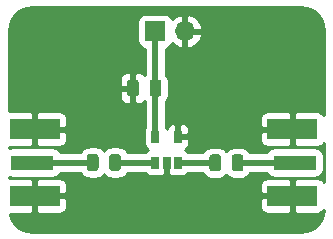
<source format=gbr>
%TF.GenerationSoftware,KiCad,Pcbnew,(5.1.9)-1*%
%TF.CreationDate,2021-03-17T20:36:52-04:00*%
%TF.ProjectId,VVA_Macom,5656415f-4d61-4636-9f6d-2e6b69636164,rev?*%
%TF.SameCoordinates,Original*%
%TF.FileFunction,Copper,L1,Top*%
%TF.FilePolarity,Positive*%
%FSLAX46Y46*%
G04 Gerber Fmt 4.6, Leading zero omitted, Abs format (unit mm)*
G04 Created by KiCad (PCBNEW (5.1.9)-1) date 2021-03-17 20:36:52*
%MOMM*%
%LPD*%
G01*
G04 APERTURE LIST*
%TA.AperFunction,SMDPad,CuDef*%
%ADD10R,4.200000X1.750000*%
%TD*%
%TA.AperFunction,SMDPad,CuDef*%
%ADD11R,3.600000X1.270000*%
%TD*%
%TA.AperFunction,SMDPad,CuDef*%
%ADD12R,0.650000X1.060000*%
%TD*%
%TA.AperFunction,ComponentPad*%
%ADD13O,1.700000X1.700000*%
%TD*%
%TA.AperFunction,ComponentPad*%
%ADD14R,1.700000X1.700000*%
%TD*%
%TA.AperFunction,ViaPad*%
%ADD15C,0.800000*%
%TD*%
%TA.AperFunction,Conductor*%
%ADD16C,0.500000*%
%TD*%
%TA.AperFunction,Conductor*%
%ADD17C,0.254000*%
%TD*%
%TA.AperFunction,Conductor*%
%ADD18C,0.100000*%
%TD*%
G04 APERTURE END LIST*
D10*
%TO.P,Jout1,3_1*%
%TO.N,GND*%
X155425800Y-80817200D03*
%TO.P,Jout1,2_1*%
X155425800Y-86467200D03*
D11*
%TO.P,Jout1,1*%
%TO.N,Net-(CC2-Pad2)*%
X155625800Y-83642200D03*
%TD*%
D10*
%TO.P,JIn1,3_1*%
%TO.N,GND*%
X133600800Y-86467200D03*
%TO.P,JIn1,2_1*%
X133600800Y-80817200D03*
D11*
%TO.P,JIn1,1*%
%TO.N,Net-(CC1-Pad1)*%
X133400800Y-83642200D03*
%TD*%
%TO.P,CC3,2*%
%TO.N,Net-(CC3-Pad2)*%
%TA.AperFunction,SMDPad,CuDef*%
G36*
G01*
X143330000Y-77815000D02*
X143330000Y-76865000D01*
G75*
G02*
X143580000Y-76615000I250000J0D01*
G01*
X144080000Y-76615000D01*
G75*
G02*
X144330000Y-76865000I0J-250000D01*
G01*
X144330000Y-77815000D01*
G75*
G02*
X144080000Y-78065000I-250000J0D01*
G01*
X143580000Y-78065000D01*
G75*
G02*
X143330000Y-77815000I0J250000D01*
G01*
G37*
%TD.AperFunction*%
%TO.P,CC3,1*%
%TO.N,GND*%
%TA.AperFunction,SMDPad,CuDef*%
G36*
G01*
X141430000Y-77815000D02*
X141430000Y-76865000D01*
G75*
G02*
X141680000Y-76615000I250000J0D01*
G01*
X142180000Y-76615000D01*
G75*
G02*
X142430000Y-76865000I0J-250000D01*
G01*
X142430000Y-77815000D01*
G75*
G02*
X142180000Y-78065000I-250000J0D01*
G01*
X141680000Y-78065000D01*
G75*
G02*
X141430000Y-77815000I0J250000D01*
G01*
G37*
%TD.AperFunction*%
%TD*%
%TO.P,CC2,2*%
%TO.N,Net-(CC2-Pad2)*%
%TA.AperFunction,SMDPad,CuDef*%
G36*
G01*
X150284600Y-84142600D02*
X150284600Y-83192600D01*
G75*
G02*
X150534600Y-82942600I250000J0D01*
G01*
X151034600Y-82942600D01*
G75*
G02*
X151284600Y-83192600I0J-250000D01*
G01*
X151284600Y-84142600D01*
G75*
G02*
X151034600Y-84392600I-250000J0D01*
G01*
X150534600Y-84392600D01*
G75*
G02*
X150284600Y-84142600I0J250000D01*
G01*
G37*
%TD.AperFunction*%
%TO.P,CC2,1*%
%TO.N,Net-(CC2-Pad1)*%
%TA.AperFunction,SMDPad,CuDef*%
G36*
G01*
X148384600Y-84142600D02*
X148384600Y-83192600D01*
G75*
G02*
X148634600Y-82942600I250000J0D01*
G01*
X149134600Y-82942600D01*
G75*
G02*
X149384600Y-83192600I0J-250000D01*
G01*
X149384600Y-84142600D01*
G75*
G02*
X149134600Y-84392600I-250000J0D01*
G01*
X148634600Y-84392600D01*
G75*
G02*
X148384600Y-84142600I0J250000D01*
G01*
G37*
%TD.AperFunction*%
%TD*%
%TO.P,CC1,2*%
%TO.N,Net-(CC1-Pad2)*%
%TA.AperFunction,SMDPad,CuDef*%
G36*
G01*
X139921400Y-84117200D02*
X139921400Y-83167200D01*
G75*
G02*
X140171400Y-82917200I250000J0D01*
G01*
X140671400Y-82917200D01*
G75*
G02*
X140921400Y-83167200I0J-250000D01*
G01*
X140921400Y-84117200D01*
G75*
G02*
X140671400Y-84367200I-250000J0D01*
G01*
X140171400Y-84367200D01*
G75*
G02*
X139921400Y-84117200I0J250000D01*
G01*
G37*
%TD.AperFunction*%
%TO.P,CC1,1*%
%TO.N,Net-(CC1-Pad1)*%
%TA.AperFunction,SMDPad,CuDef*%
G36*
G01*
X138021400Y-84117200D02*
X138021400Y-83167200D01*
G75*
G02*
X138271400Y-82917200I250000J0D01*
G01*
X138771400Y-82917200D01*
G75*
G02*
X139021400Y-83167200I0J-250000D01*
G01*
X139021400Y-84117200D01*
G75*
G02*
X138771400Y-84367200I-250000J0D01*
G01*
X138271400Y-84367200D01*
G75*
G02*
X138021400Y-84117200I0J250000D01*
G01*
G37*
%TD.AperFunction*%
%TD*%
D12*
%TO.P,U1,5*%
%TO.N,Net-(CC3-Pad2)*%
X143830000Y-81450000D03*
%TO.P,U1,4*%
%TO.N,GND*%
X145730000Y-81450000D03*
%TO.P,U1,3*%
%TO.N,Net-(CC2-Pad1)*%
X145730000Y-83650000D03*
%TO.P,U1,2*%
%TO.N,GND*%
X144780000Y-83650000D03*
%TO.P,U1,1*%
%TO.N,Net-(CC1-Pad2)*%
X143830000Y-83650000D03*
%TD*%
D13*
%TO.P,JPower1,2*%
%TO.N,GND*%
X146329400Y-72517000D03*
D14*
%TO.P,JPower1,1*%
%TO.N,Net-(CC3-Pad2)*%
X143789400Y-72517000D03*
%TD*%
D15*
%TO.N,GND*%
X132309350Y-72097076D03*
X132309350Y-76097076D03*
X134309350Y-74097076D03*
X134309350Y-78097076D03*
X136309350Y-72097076D03*
X136309350Y-76097076D03*
X137309350Y-80097076D03*
X137309350Y-86097076D03*
X138309350Y-74097076D03*
X140309350Y-72097076D03*
X140309350Y-81097076D03*
X140309350Y-87097076D03*
X141309350Y-75097076D03*
X142309350Y-85097076D03*
X144309350Y-87097076D03*
X145309350Y-75097076D03*
X146309350Y-78097076D03*
X146309350Y-85097076D03*
X147309350Y-81097076D03*
X148309350Y-76097076D03*
X148309350Y-87097076D03*
X149309350Y-72097076D03*
X149309350Y-79097076D03*
X151309350Y-74097076D03*
X151309350Y-81097076D03*
X151309350Y-86097076D03*
X152309350Y-77097076D03*
X153309350Y-72097076D03*
X154309350Y-75097076D03*
X155309350Y-78097076D03*
X156309350Y-73097076D03*
X157309350Y-76097076D03*
%TD*%
D16*
%TO.N,GND*%
X144780000Y-83650000D02*
X144780000Y-85090000D01*
%TO.N,Net-(CC1-Pad2)*%
X140421400Y-83642200D02*
X143687800Y-83642200D01*
%TO.N,Net-(CC1-Pad1)*%
X133400800Y-83642200D02*
X138506200Y-83642200D01*
%TO.N,Net-(CC2-Pad2)*%
X150784600Y-83667600D02*
X156006800Y-83667600D01*
%TO.N,Net-(CC2-Pad1)*%
X145730000Y-83650000D02*
X148674000Y-83650000D01*
%TO.N,Net-(CC3-Pad2)*%
X143830000Y-81450000D02*
X143830000Y-72405200D01*
%TD*%
D17*
%TO.N,GND*%
X156574545Y-70548909D02*
X156925208Y-70654780D01*
X157248625Y-70826744D01*
X157532484Y-71058254D01*
X157765965Y-71340486D01*
X157940183Y-71662695D01*
X158048502Y-72012614D01*
X158090001Y-72407452D01*
X158090001Y-79650685D01*
X158056337Y-79587706D01*
X157976985Y-79491015D01*
X157880294Y-79411663D01*
X157769980Y-79352698D01*
X157650282Y-79316388D01*
X157525800Y-79304128D01*
X155711550Y-79307200D01*
X155552800Y-79465950D01*
X155552800Y-80690200D01*
X155572800Y-80690200D01*
X155572800Y-80944200D01*
X155552800Y-80944200D01*
X155552800Y-82168450D01*
X155711550Y-82327200D01*
X157525800Y-82330272D01*
X157650282Y-82318012D01*
X157769980Y-82281702D01*
X157880294Y-82222737D01*
X157976985Y-82143385D01*
X158056337Y-82046694D01*
X158090000Y-81983715D01*
X158090000Y-85300684D01*
X158056337Y-85237706D01*
X157976985Y-85141015D01*
X157880294Y-85061663D01*
X157769980Y-85002698D01*
X157650282Y-84966388D01*
X157525800Y-84954128D01*
X155711550Y-84957200D01*
X155552800Y-85115950D01*
X155552800Y-86340200D01*
X155572800Y-86340200D01*
X155572800Y-86594200D01*
X155552800Y-86594200D01*
X155552800Y-87818450D01*
X155711550Y-87977200D01*
X157525800Y-87980272D01*
X157650282Y-87968012D01*
X157769980Y-87931702D01*
X157880294Y-87872737D01*
X157976985Y-87793385D01*
X158056337Y-87696694D01*
X158085678Y-87641802D01*
X158051091Y-87994545D01*
X157945220Y-88345206D01*
X157773257Y-88668623D01*
X157541748Y-88952482D01*
X157259514Y-89185965D01*
X156937304Y-89360184D01*
X156587385Y-89468502D01*
X156192557Y-89510000D01*
X133382279Y-89510000D01*
X132985455Y-89471091D01*
X132634794Y-89365220D01*
X132311377Y-89193257D01*
X132027518Y-88961748D01*
X131794035Y-88679514D01*
X131619816Y-88357304D01*
X131511498Y-88007385D01*
X131508647Y-87980259D01*
X133315050Y-87977200D01*
X133473800Y-87818450D01*
X133473800Y-86594200D01*
X133727800Y-86594200D01*
X133727800Y-87818450D01*
X133886550Y-87977200D01*
X135700800Y-87980272D01*
X135825282Y-87968012D01*
X135944980Y-87931702D01*
X136055294Y-87872737D01*
X136151985Y-87793385D01*
X136231337Y-87696694D01*
X136290302Y-87586380D01*
X136326612Y-87466682D01*
X136338872Y-87342200D01*
X152687728Y-87342200D01*
X152699988Y-87466682D01*
X152736298Y-87586380D01*
X152795263Y-87696694D01*
X152874615Y-87793385D01*
X152971306Y-87872737D01*
X153081620Y-87931702D01*
X153201318Y-87968012D01*
X153325800Y-87980272D01*
X155140050Y-87977200D01*
X155298800Y-87818450D01*
X155298800Y-86594200D01*
X152849550Y-86594200D01*
X152690800Y-86752950D01*
X152687728Y-87342200D01*
X136338872Y-87342200D01*
X136335800Y-86752950D01*
X136177050Y-86594200D01*
X133727800Y-86594200D01*
X133473800Y-86594200D01*
X133453800Y-86594200D01*
X133453800Y-86340200D01*
X133473800Y-86340200D01*
X133473800Y-85115950D01*
X133727800Y-85115950D01*
X133727800Y-86340200D01*
X136177050Y-86340200D01*
X136335800Y-86181450D01*
X136338872Y-85592200D01*
X152687728Y-85592200D01*
X152690800Y-86181450D01*
X152849550Y-86340200D01*
X155298800Y-86340200D01*
X155298800Y-85115950D01*
X155140050Y-84957200D01*
X153325800Y-84954128D01*
X153201318Y-84966388D01*
X153081620Y-85002698D01*
X152971306Y-85061663D01*
X152874615Y-85141015D01*
X152795263Y-85237706D01*
X152736298Y-85348020D01*
X152699988Y-85467718D01*
X152687728Y-85592200D01*
X136338872Y-85592200D01*
X136326612Y-85467718D01*
X136290302Y-85348020D01*
X136231337Y-85237706D01*
X136151985Y-85141015D01*
X136055294Y-85061663D01*
X135944980Y-85002698D01*
X135825282Y-84966388D01*
X135700800Y-84954128D01*
X133886550Y-84957200D01*
X133727800Y-85115950D01*
X133473800Y-85115950D01*
X133315050Y-84957200D01*
X131500800Y-84954128D01*
X131470000Y-84957161D01*
X131470000Y-84901095D01*
X131476318Y-84903012D01*
X131600800Y-84915272D01*
X135200800Y-84915272D01*
X135325282Y-84903012D01*
X135444980Y-84866702D01*
X135555294Y-84807737D01*
X135651985Y-84728385D01*
X135731337Y-84631694D01*
X135787191Y-84527200D01*
X137488424Y-84527200D01*
X137532995Y-84610586D01*
X137643438Y-84745162D01*
X137778014Y-84855605D01*
X137931550Y-84937672D01*
X138098146Y-84988208D01*
X138271400Y-85005272D01*
X138771400Y-85005272D01*
X138944654Y-84988208D01*
X139111250Y-84937672D01*
X139264786Y-84855605D01*
X139399362Y-84745162D01*
X139471400Y-84657383D01*
X139543438Y-84745162D01*
X139678014Y-84855605D01*
X139831550Y-84937672D01*
X139998146Y-84988208D01*
X140171400Y-85005272D01*
X140671400Y-85005272D01*
X140844654Y-84988208D01*
X141011250Y-84937672D01*
X141164786Y-84855605D01*
X141299362Y-84745162D01*
X141409805Y-84610586D01*
X141454376Y-84527200D01*
X142970564Y-84527200D01*
X142974463Y-84534494D01*
X143053815Y-84631185D01*
X143150506Y-84710537D01*
X143260820Y-84769502D01*
X143380518Y-84805812D01*
X143505000Y-84818072D01*
X144155000Y-84818072D01*
X144279482Y-84805812D01*
X144305000Y-84798071D01*
X144330518Y-84805812D01*
X144455000Y-84818072D01*
X144494250Y-84815000D01*
X144653000Y-84656250D01*
X144653000Y-84574141D01*
X144685537Y-84534494D01*
X144744502Y-84424180D01*
X144780000Y-84307159D01*
X144815498Y-84424180D01*
X144874463Y-84534494D01*
X144907000Y-84574141D01*
X144907000Y-84656250D01*
X145065750Y-84815000D01*
X145105000Y-84818072D01*
X145229482Y-84805812D01*
X145255000Y-84798071D01*
X145280518Y-84805812D01*
X145405000Y-84818072D01*
X146055000Y-84818072D01*
X146179482Y-84805812D01*
X146299180Y-84769502D01*
X146409494Y-84710537D01*
X146506185Y-84631185D01*
X146585122Y-84535000D01*
X147842217Y-84535000D01*
X147896195Y-84635986D01*
X148006638Y-84770562D01*
X148141214Y-84881005D01*
X148294750Y-84963072D01*
X148461346Y-85013608D01*
X148634600Y-85030672D01*
X149134600Y-85030672D01*
X149307854Y-85013608D01*
X149474450Y-84963072D01*
X149627986Y-84881005D01*
X149762562Y-84770562D01*
X149834600Y-84682783D01*
X149906638Y-84770562D01*
X150041214Y-84881005D01*
X150194750Y-84963072D01*
X150361346Y-85013608D01*
X150534600Y-85030672D01*
X151034600Y-85030672D01*
X151207854Y-85013608D01*
X151374450Y-84963072D01*
X151527986Y-84881005D01*
X151662562Y-84770562D01*
X151773005Y-84635986D01*
X151817576Y-84552600D01*
X153252986Y-84552600D01*
X153295263Y-84631694D01*
X153374615Y-84728385D01*
X153471306Y-84807737D01*
X153581620Y-84866702D01*
X153701318Y-84903012D01*
X153825800Y-84915272D01*
X157425800Y-84915272D01*
X157550282Y-84903012D01*
X157669980Y-84866702D01*
X157780294Y-84807737D01*
X157876985Y-84728385D01*
X157956337Y-84631694D01*
X158015302Y-84521380D01*
X158051612Y-84401682D01*
X158063872Y-84277200D01*
X158063872Y-83007200D01*
X158051612Y-82882718D01*
X158015302Y-82763020D01*
X157956337Y-82652706D01*
X157876985Y-82556015D01*
X157780294Y-82476663D01*
X157669980Y-82417698D01*
X157550282Y-82381388D01*
X157425800Y-82369128D01*
X153825800Y-82369128D01*
X153701318Y-82381388D01*
X153581620Y-82417698D01*
X153471306Y-82476663D01*
X153374615Y-82556015D01*
X153295263Y-82652706D01*
X153236298Y-82763020D01*
X153230358Y-82782600D01*
X151817576Y-82782600D01*
X151773005Y-82699214D01*
X151662562Y-82564638D01*
X151527986Y-82454195D01*
X151374450Y-82372128D01*
X151207854Y-82321592D01*
X151034600Y-82304528D01*
X150534600Y-82304528D01*
X150361346Y-82321592D01*
X150194750Y-82372128D01*
X150041214Y-82454195D01*
X149906638Y-82564638D01*
X149834600Y-82652417D01*
X149762562Y-82564638D01*
X149627986Y-82454195D01*
X149474450Y-82372128D01*
X149307854Y-82321592D01*
X149134600Y-82304528D01*
X148634600Y-82304528D01*
X148461346Y-82321592D01*
X148294750Y-82372128D01*
X148141214Y-82454195D01*
X148006638Y-82564638D01*
X147896195Y-82699214D01*
X147861032Y-82765000D01*
X146585122Y-82765000D01*
X146506185Y-82668815D01*
X146409494Y-82589463D01*
X146335665Y-82550000D01*
X146409494Y-82510537D01*
X146506185Y-82431185D01*
X146585537Y-82334494D01*
X146644502Y-82224180D01*
X146680812Y-82104482D01*
X146693072Y-81980000D01*
X146690000Y-81735750D01*
X146646450Y-81692200D01*
X152687728Y-81692200D01*
X152699988Y-81816682D01*
X152736298Y-81936380D01*
X152795263Y-82046694D01*
X152874615Y-82143385D01*
X152971306Y-82222737D01*
X153081620Y-82281702D01*
X153201318Y-82318012D01*
X153325800Y-82330272D01*
X155140050Y-82327200D01*
X155298800Y-82168450D01*
X155298800Y-80944200D01*
X152849550Y-80944200D01*
X152690800Y-81102950D01*
X152687728Y-81692200D01*
X146646450Y-81692200D01*
X146531250Y-81577000D01*
X145857000Y-81577000D01*
X145857000Y-81597000D01*
X145603000Y-81597000D01*
X145603000Y-81577000D01*
X145583000Y-81577000D01*
X145583000Y-81323000D01*
X145603000Y-81323000D01*
X145603000Y-80443750D01*
X145857000Y-80443750D01*
X145857000Y-81323000D01*
X146531250Y-81323000D01*
X146690000Y-81164250D01*
X146693072Y-80920000D01*
X146680812Y-80795518D01*
X146644502Y-80675820D01*
X146585537Y-80565506D01*
X146506185Y-80468815D01*
X146409494Y-80389463D01*
X146299180Y-80330498D01*
X146179482Y-80294188D01*
X146055000Y-80281928D01*
X146015750Y-80285000D01*
X145857000Y-80443750D01*
X145603000Y-80443750D01*
X145444250Y-80285000D01*
X145405000Y-80281928D01*
X145280518Y-80294188D01*
X145160820Y-80330498D01*
X145050506Y-80389463D01*
X144953815Y-80468815D01*
X144874463Y-80565506D01*
X144815498Y-80675820D01*
X144780000Y-80792841D01*
X144744502Y-80675820D01*
X144715000Y-80620627D01*
X144715000Y-79942200D01*
X152687728Y-79942200D01*
X152690800Y-80531450D01*
X152849550Y-80690200D01*
X155298800Y-80690200D01*
X155298800Y-79465950D01*
X155140050Y-79307200D01*
X153325800Y-79304128D01*
X153201318Y-79316388D01*
X153081620Y-79352698D01*
X152971306Y-79411663D01*
X152874615Y-79491015D01*
X152795263Y-79587706D01*
X152736298Y-79698020D01*
X152699988Y-79817718D01*
X152687728Y-79942200D01*
X144715000Y-79942200D01*
X144715000Y-78434386D01*
X144818405Y-78308386D01*
X144900472Y-78154850D01*
X144951008Y-77988254D01*
X144968072Y-77815000D01*
X144968072Y-76865000D01*
X144951008Y-76691746D01*
X144900472Y-76525150D01*
X144818405Y-76371614D01*
X144715000Y-76245614D01*
X144715000Y-73997626D01*
X144763882Y-73992812D01*
X144883580Y-73956502D01*
X144993894Y-73897537D01*
X145090585Y-73818185D01*
X145169937Y-73721494D01*
X145228902Y-73611180D01*
X145253366Y-73530534D01*
X145329131Y-73614588D01*
X145562480Y-73788641D01*
X145825301Y-73913825D01*
X145972510Y-73958476D01*
X146202400Y-73837155D01*
X146202400Y-72644000D01*
X146456400Y-72644000D01*
X146456400Y-73837155D01*
X146686290Y-73958476D01*
X146833499Y-73913825D01*
X147096320Y-73788641D01*
X147329669Y-73614588D01*
X147524578Y-73398355D01*
X147673557Y-73148252D01*
X147770881Y-72873891D01*
X147650214Y-72644000D01*
X146456400Y-72644000D01*
X146202400Y-72644000D01*
X146182400Y-72644000D01*
X146182400Y-72390000D01*
X146202400Y-72390000D01*
X146202400Y-71196845D01*
X146456400Y-71196845D01*
X146456400Y-72390000D01*
X147650214Y-72390000D01*
X147770881Y-72160109D01*
X147673557Y-71885748D01*
X147524578Y-71635645D01*
X147329669Y-71419412D01*
X147096320Y-71245359D01*
X146833499Y-71120175D01*
X146686290Y-71075524D01*
X146456400Y-71196845D01*
X146202400Y-71196845D01*
X145972510Y-71075524D01*
X145825301Y-71120175D01*
X145562480Y-71245359D01*
X145329131Y-71419412D01*
X145253366Y-71503466D01*
X145228902Y-71422820D01*
X145169937Y-71312506D01*
X145090585Y-71215815D01*
X144993894Y-71136463D01*
X144883580Y-71077498D01*
X144763882Y-71041188D01*
X144639400Y-71028928D01*
X142939400Y-71028928D01*
X142814918Y-71041188D01*
X142695220Y-71077498D01*
X142584906Y-71136463D01*
X142488215Y-71215815D01*
X142408863Y-71312506D01*
X142349898Y-71422820D01*
X142313588Y-71542518D01*
X142301328Y-71667000D01*
X142301328Y-73367000D01*
X142313588Y-73491482D01*
X142349898Y-73611180D01*
X142408863Y-73721494D01*
X142488215Y-73818185D01*
X142584906Y-73897537D01*
X142695220Y-73956502D01*
X142814918Y-73992812D01*
X142939400Y-74005072D01*
X142945001Y-74005072D01*
X142945001Y-76241575D01*
X142881185Y-76163815D01*
X142784494Y-76084463D01*
X142674180Y-76025498D01*
X142554482Y-75989188D01*
X142430000Y-75976928D01*
X142215750Y-75980000D01*
X142057000Y-76138750D01*
X142057000Y-77213000D01*
X142077000Y-77213000D01*
X142077000Y-77467000D01*
X142057000Y-77467000D01*
X142057000Y-78541250D01*
X142215750Y-78700000D01*
X142430000Y-78703072D01*
X142554482Y-78690812D01*
X142674180Y-78654502D01*
X142784494Y-78595537D01*
X142881185Y-78516185D01*
X142945000Y-78438426D01*
X142945000Y-80620626D01*
X142915498Y-80675820D01*
X142879188Y-80795518D01*
X142866928Y-80920000D01*
X142866928Y-81980000D01*
X142879188Y-82104482D01*
X142915498Y-82224180D01*
X142974463Y-82334494D01*
X143053815Y-82431185D01*
X143150506Y-82510537D01*
X143224335Y-82550000D01*
X143150506Y-82589463D01*
X143053815Y-82668815D01*
X142981280Y-82757200D01*
X141454376Y-82757200D01*
X141409805Y-82673814D01*
X141299362Y-82539238D01*
X141164786Y-82428795D01*
X141011250Y-82346728D01*
X140844654Y-82296192D01*
X140671400Y-82279128D01*
X140171400Y-82279128D01*
X139998146Y-82296192D01*
X139831550Y-82346728D01*
X139678014Y-82428795D01*
X139543438Y-82539238D01*
X139471400Y-82627017D01*
X139399362Y-82539238D01*
X139264786Y-82428795D01*
X139111250Y-82346728D01*
X138944654Y-82296192D01*
X138771400Y-82279128D01*
X138271400Y-82279128D01*
X138098146Y-82296192D01*
X137931550Y-82346728D01*
X137778014Y-82428795D01*
X137643438Y-82539238D01*
X137532995Y-82673814D01*
X137488424Y-82757200D01*
X135787191Y-82757200D01*
X135731337Y-82652706D01*
X135651985Y-82556015D01*
X135555294Y-82476663D01*
X135444980Y-82417698D01*
X135325282Y-82381388D01*
X135200800Y-82369128D01*
X131600800Y-82369128D01*
X131476318Y-82381388D01*
X131470000Y-82383305D01*
X131470000Y-82327239D01*
X131500800Y-82330272D01*
X133315050Y-82327200D01*
X133473800Y-82168450D01*
X133473800Y-80944200D01*
X133727800Y-80944200D01*
X133727800Y-82168450D01*
X133886550Y-82327200D01*
X135700800Y-82330272D01*
X135825282Y-82318012D01*
X135944980Y-82281702D01*
X136055294Y-82222737D01*
X136151985Y-82143385D01*
X136231337Y-82046694D01*
X136290302Y-81936380D01*
X136326612Y-81816682D01*
X136338872Y-81692200D01*
X136335800Y-81102950D01*
X136177050Y-80944200D01*
X133727800Y-80944200D01*
X133473800Y-80944200D01*
X133453800Y-80944200D01*
X133453800Y-80690200D01*
X133473800Y-80690200D01*
X133473800Y-79465950D01*
X133727800Y-79465950D01*
X133727800Y-80690200D01*
X136177050Y-80690200D01*
X136335800Y-80531450D01*
X136338872Y-79942200D01*
X136326612Y-79817718D01*
X136290302Y-79698020D01*
X136231337Y-79587706D01*
X136151985Y-79491015D01*
X136055294Y-79411663D01*
X135944980Y-79352698D01*
X135825282Y-79316388D01*
X135700800Y-79304128D01*
X133886550Y-79307200D01*
X133727800Y-79465950D01*
X133473800Y-79465950D01*
X133315050Y-79307200D01*
X131500800Y-79304128D01*
X131470000Y-79307161D01*
X131470000Y-78065000D01*
X140791928Y-78065000D01*
X140804188Y-78189482D01*
X140840498Y-78309180D01*
X140899463Y-78419494D01*
X140978815Y-78516185D01*
X141075506Y-78595537D01*
X141185820Y-78654502D01*
X141305518Y-78690812D01*
X141430000Y-78703072D01*
X141644250Y-78700000D01*
X141803000Y-78541250D01*
X141803000Y-77467000D01*
X140953750Y-77467000D01*
X140795000Y-77625750D01*
X140791928Y-78065000D01*
X131470000Y-78065000D01*
X131470000Y-76615000D01*
X140791928Y-76615000D01*
X140795000Y-77054250D01*
X140953750Y-77213000D01*
X141803000Y-77213000D01*
X141803000Y-76138750D01*
X141644250Y-75980000D01*
X141430000Y-75976928D01*
X141305518Y-75989188D01*
X141185820Y-76025498D01*
X141075506Y-76084463D01*
X140978815Y-76163815D01*
X140899463Y-76260506D01*
X140840498Y-76370820D01*
X140804188Y-76490518D01*
X140791928Y-76615000D01*
X131470000Y-76615000D01*
X131470000Y-72422279D01*
X131508909Y-72025455D01*
X131614780Y-71674792D01*
X131786744Y-71351375D01*
X132018254Y-71067516D01*
X132300486Y-70834035D01*
X132622695Y-70659817D01*
X132972614Y-70551498D01*
X133367443Y-70510000D01*
X156177721Y-70510000D01*
X156574545Y-70548909D01*
%TA.AperFunction,Conductor*%
D18*
G36*
X156574545Y-70548909D02*
G01*
X156925208Y-70654780D01*
X157248625Y-70826744D01*
X157532484Y-71058254D01*
X157765965Y-71340486D01*
X157940183Y-71662695D01*
X158048502Y-72012614D01*
X158090001Y-72407452D01*
X158090001Y-79650685D01*
X158056337Y-79587706D01*
X157976985Y-79491015D01*
X157880294Y-79411663D01*
X157769980Y-79352698D01*
X157650282Y-79316388D01*
X157525800Y-79304128D01*
X155711550Y-79307200D01*
X155552800Y-79465950D01*
X155552800Y-80690200D01*
X155572800Y-80690200D01*
X155572800Y-80944200D01*
X155552800Y-80944200D01*
X155552800Y-82168450D01*
X155711550Y-82327200D01*
X157525800Y-82330272D01*
X157650282Y-82318012D01*
X157769980Y-82281702D01*
X157880294Y-82222737D01*
X157976985Y-82143385D01*
X158056337Y-82046694D01*
X158090000Y-81983715D01*
X158090000Y-85300684D01*
X158056337Y-85237706D01*
X157976985Y-85141015D01*
X157880294Y-85061663D01*
X157769980Y-85002698D01*
X157650282Y-84966388D01*
X157525800Y-84954128D01*
X155711550Y-84957200D01*
X155552800Y-85115950D01*
X155552800Y-86340200D01*
X155572800Y-86340200D01*
X155572800Y-86594200D01*
X155552800Y-86594200D01*
X155552800Y-87818450D01*
X155711550Y-87977200D01*
X157525800Y-87980272D01*
X157650282Y-87968012D01*
X157769980Y-87931702D01*
X157880294Y-87872737D01*
X157976985Y-87793385D01*
X158056337Y-87696694D01*
X158085678Y-87641802D01*
X158051091Y-87994545D01*
X157945220Y-88345206D01*
X157773257Y-88668623D01*
X157541748Y-88952482D01*
X157259514Y-89185965D01*
X156937304Y-89360184D01*
X156587385Y-89468502D01*
X156192557Y-89510000D01*
X133382279Y-89510000D01*
X132985455Y-89471091D01*
X132634794Y-89365220D01*
X132311377Y-89193257D01*
X132027518Y-88961748D01*
X131794035Y-88679514D01*
X131619816Y-88357304D01*
X131511498Y-88007385D01*
X131508647Y-87980259D01*
X133315050Y-87977200D01*
X133473800Y-87818450D01*
X133473800Y-86594200D01*
X133727800Y-86594200D01*
X133727800Y-87818450D01*
X133886550Y-87977200D01*
X135700800Y-87980272D01*
X135825282Y-87968012D01*
X135944980Y-87931702D01*
X136055294Y-87872737D01*
X136151985Y-87793385D01*
X136231337Y-87696694D01*
X136290302Y-87586380D01*
X136326612Y-87466682D01*
X136338872Y-87342200D01*
X152687728Y-87342200D01*
X152699988Y-87466682D01*
X152736298Y-87586380D01*
X152795263Y-87696694D01*
X152874615Y-87793385D01*
X152971306Y-87872737D01*
X153081620Y-87931702D01*
X153201318Y-87968012D01*
X153325800Y-87980272D01*
X155140050Y-87977200D01*
X155298800Y-87818450D01*
X155298800Y-86594200D01*
X152849550Y-86594200D01*
X152690800Y-86752950D01*
X152687728Y-87342200D01*
X136338872Y-87342200D01*
X136335800Y-86752950D01*
X136177050Y-86594200D01*
X133727800Y-86594200D01*
X133473800Y-86594200D01*
X133453800Y-86594200D01*
X133453800Y-86340200D01*
X133473800Y-86340200D01*
X133473800Y-85115950D01*
X133727800Y-85115950D01*
X133727800Y-86340200D01*
X136177050Y-86340200D01*
X136335800Y-86181450D01*
X136338872Y-85592200D01*
X152687728Y-85592200D01*
X152690800Y-86181450D01*
X152849550Y-86340200D01*
X155298800Y-86340200D01*
X155298800Y-85115950D01*
X155140050Y-84957200D01*
X153325800Y-84954128D01*
X153201318Y-84966388D01*
X153081620Y-85002698D01*
X152971306Y-85061663D01*
X152874615Y-85141015D01*
X152795263Y-85237706D01*
X152736298Y-85348020D01*
X152699988Y-85467718D01*
X152687728Y-85592200D01*
X136338872Y-85592200D01*
X136326612Y-85467718D01*
X136290302Y-85348020D01*
X136231337Y-85237706D01*
X136151985Y-85141015D01*
X136055294Y-85061663D01*
X135944980Y-85002698D01*
X135825282Y-84966388D01*
X135700800Y-84954128D01*
X133886550Y-84957200D01*
X133727800Y-85115950D01*
X133473800Y-85115950D01*
X133315050Y-84957200D01*
X131500800Y-84954128D01*
X131470000Y-84957161D01*
X131470000Y-84901095D01*
X131476318Y-84903012D01*
X131600800Y-84915272D01*
X135200800Y-84915272D01*
X135325282Y-84903012D01*
X135444980Y-84866702D01*
X135555294Y-84807737D01*
X135651985Y-84728385D01*
X135731337Y-84631694D01*
X135787191Y-84527200D01*
X137488424Y-84527200D01*
X137532995Y-84610586D01*
X137643438Y-84745162D01*
X137778014Y-84855605D01*
X137931550Y-84937672D01*
X138098146Y-84988208D01*
X138271400Y-85005272D01*
X138771400Y-85005272D01*
X138944654Y-84988208D01*
X139111250Y-84937672D01*
X139264786Y-84855605D01*
X139399362Y-84745162D01*
X139471400Y-84657383D01*
X139543438Y-84745162D01*
X139678014Y-84855605D01*
X139831550Y-84937672D01*
X139998146Y-84988208D01*
X140171400Y-85005272D01*
X140671400Y-85005272D01*
X140844654Y-84988208D01*
X141011250Y-84937672D01*
X141164786Y-84855605D01*
X141299362Y-84745162D01*
X141409805Y-84610586D01*
X141454376Y-84527200D01*
X142970564Y-84527200D01*
X142974463Y-84534494D01*
X143053815Y-84631185D01*
X143150506Y-84710537D01*
X143260820Y-84769502D01*
X143380518Y-84805812D01*
X143505000Y-84818072D01*
X144155000Y-84818072D01*
X144279482Y-84805812D01*
X144305000Y-84798071D01*
X144330518Y-84805812D01*
X144455000Y-84818072D01*
X144494250Y-84815000D01*
X144653000Y-84656250D01*
X144653000Y-84574141D01*
X144685537Y-84534494D01*
X144744502Y-84424180D01*
X144780000Y-84307159D01*
X144815498Y-84424180D01*
X144874463Y-84534494D01*
X144907000Y-84574141D01*
X144907000Y-84656250D01*
X145065750Y-84815000D01*
X145105000Y-84818072D01*
X145229482Y-84805812D01*
X145255000Y-84798071D01*
X145280518Y-84805812D01*
X145405000Y-84818072D01*
X146055000Y-84818072D01*
X146179482Y-84805812D01*
X146299180Y-84769502D01*
X146409494Y-84710537D01*
X146506185Y-84631185D01*
X146585122Y-84535000D01*
X147842217Y-84535000D01*
X147896195Y-84635986D01*
X148006638Y-84770562D01*
X148141214Y-84881005D01*
X148294750Y-84963072D01*
X148461346Y-85013608D01*
X148634600Y-85030672D01*
X149134600Y-85030672D01*
X149307854Y-85013608D01*
X149474450Y-84963072D01*
X149627986Y-84881005D01*
X149762562Y-84770562D01*
X149834600Y-84682783D01*
X149906638Y-84770562D01*
X150041214Y-84881005D01*
X150194750Y-84963072D01*
X150361346Y-85013608D01*
X150534600Y-85030672D01*
X151034600Y-85030672D01*
X151207854Y-85013608D01*
X151374450Y-84963072D01*
X151527986Y-84881005D01*
X151662562Y-84770562D01*
X151773005Y-84635986D01*
X151817576Y-84552600D01*
X153252986Y-84552600D01*
X153295263Y-84631694D01*
X153374615Y-84728385D01*
X153471306Y-84807737D01*
X153581620Y-84866702D01*
X153701318Y-84903012D01*
X153825800Y-84915272D01*
X157425800Y-84915272D01*
X157550282Y-84903012D01*
X157669980Y-84866702D01*
X157780294Y-84807737D01*
X157876985Y-84728385D01*
X157956337Y-84631694D01*
X158015302Y-84521380D01*
X158051612Y-84401682D01*
X158063872Y-84277200D01*
X158063872Y-83007200D01*
X158051612Y-82882718D01*
X158015302Y-82763020D01*
X157956337Y-82652706D01*
X157876985Y-82556015D01*
X157780294Y-82476663D01*
X157669980Y-82417698D01*
X157550282Y-82381388D01*
X157425800Y-82369128D01*
X153825800Y-82369128D01*
X153701318Y-82381388D01*
X153581620Y-82417698D01*
X153471306Y-82476663D01*
X153374615Y-82556015D01*
X153295263Y-82652706D01*
X153236298Y-82763020D01*
X153230358Y-82782600D01*
X151817576Y-82782600D01*
X151773005Y-82699214D01*
X151662562Y-82564638D01*
X151527986Y-82454195D01*
X151374450Y-82372128D01*
X151207854Y-82321592D01*
X151034600Y-82304528D01*
X150534600Y-82304528D01*
X150361346Y-82321592D01*
X150194750Y-82372128D01*
X150041214Y-82454195D01*
X149906638Y-82564638D01*
X149834600Y-82652417D01*
X149762562Y-82564638D01*
X149627986Y-82454195D01*
X149474450Y-82372128D01*
X149307854Y-82321592D01*
X149134600Y-82304528D01*
X148634600Y-82304528D01*
X148461346Y-82321592D01*
X148294750Y-82372128D01*
X148141214Y-82454195D01*
X148006638Y-82564638D01*
X147896195Y-82699214D01*
X147861032Y-82765000D01*
X146585122Y-82765000D01*
X146506185Y-82668815D01*
X146409494Y-82589463D01*
X146335665Y-82550000D01*
X146409494Y-82510537D01*
X146506185Y-82431185D01*
X146585537Y-82334494D01*
X146644502Y-82224180D01*
X146680812Y-82104482D01*
X146693072Y-81980000D01*
X146690000Y-81735750D01*
X146646450Y-81692200D01*
X152687728Y-81692200D01*
X152699988Y-81816682D01*
X152736298Y-81936380D01*
X152795263Y-82046694D01*
X152874615Y-82143385D01*
X152971306Y-82222737D01*
X153081620Y-82281702D01*
X153201318Y-82318012D01*
X153325800Y-82330272D01*
X155140050Y-82327200D01*
X155298800Y-82168450D01*
X155298800Y-80944200D01*
X152849550Y-80944200D01*
X152690800Y-81102950D01*
X152687728Y-81692200D01*
X146646450Y-81692200D01*
X146531250Y-81577000D01*
X145857000Y-81577000D01*
X145857000Y-81597000D01*
X145603000Y-81597000D01*
X145603000Y-81577000D01*
X145583000Y-81577000D01*
X145583000Y-81323000D01*
X145603000Y-81323000D01*
X145603000Y-80443750D01*
X145857000Y-80443750D01*
X145857000Y-81323000D01*
X146531250Y-81323000D01*
X146690000Y-81164250D01*
X146693072Y-80920000D01*
X146680812Y-80795518D01*
X146644502Y-80675820D01*
X146585537Y-80565506D01*
X146506185Y-80468815D01*
X146409494Y-80389463D01*
X146299180Y-80330498D01*
X146179482Y-80294188D01*
X146055000Y-80281928D01*
X146015750Y-80285000D01*
X145857000Y-80443750D01*
X145603000Y-80443750D01*
X145444250Y-80285000D01*
X145405000Y-80281928D01*
X145280518Y-80294188D01*
X145160820Y-80330498D01*
X145050506Y-80389463D01*
X144953815Y-80468815D01*
X144874463Y-80565506D01*
X144815498Y-80675820D01*
X144780000Y-80792841D01*
X144744502Y-80675820D01*
X144715000Y-80620627D01*
X144715000Y-79942200D01*
X152687728Y-79942200D01*
X152690800Y-80531450D01*
X152849550Y-80690200D01*
X155298800Y-80690200D01*
X155298800Y-79465950D01*
X155140050Y-79307200D01*
X153325800Y-79304128D01*
X153201318Y-79316388D01*
X153081620Y-79352698D01*
X152971306Y-79411663D01*
X152874615Y-79491015D01*
X152795263Y-79587706D01*
X152736298Y-79698020D01*
X152699988Y-79817718D01*
X152687728Y-79942200D01*
X144715000Y-79942200D01*
X144715000Y-78434386D01*
X144818405Y-78308386D01*
X144900472Y-78154850D01*
X144951008Y-77988254D01*
X144968072Y-77815000D01*
X144968072Y-76865000D01*
X144951008Y-76691746D01*
X144900472Y-76525150D01*
X144818405Y-76371614D01*
X144715000Y-76245614D01*
X144715000Y-73997626D01*
X144763882Y-73992812D01*
X144883580Y-73956502D01*
X144993894Y-73897537D01*
X145090585Y-73818185D01*
X145169937Y-73721494D01*
X145228902Y-73611180D01*
X145253366Y-73530534D01*
X145329131Y-73614588D01*
X145562480Y-73788641D01*
X145825301Y-73913825D01*
X145972510Y-73958476D01*
X146202400Y-73837155D01*
X146202400Y-72644000D01*
X146456400Y-72644000D01*
X146456400Y-73837155D01*
X146686290Y-73958476D01*
X146833499Y-73913825D01*
X147096320Y-73788641D01*
X147329669Y-73614588D01*
X147524578Y-73398355D01*
X147673557Y-73148252D01*
X147770881Y-72873891D01*
X147650214Y-72644000D01*
X146456400Y-72644000D01*
X146202400Y-72644000D01*
X146182400Y-72644000D01*
X146182400Y-72390000D01*
X146202400Y-72390000D01*
X146202400Y-71196845D01*
X146456400Y-71196845D01*
X146456400Y-72390000D01*
X147650214Y-72390000D01*
X147770881Y-72160109D01*
X147673557Y-71885748D01*
X147524578Y-71635645D01*
X147329669Y-71419412D01*
X147096320Y-71245359D01*
X146833499Y-71120175D01*
X146686290Y-71075524D01*
X146456400Y-71196845D01*
X146202400Y-71196845D01*
X145972510Y-71075524D01*
X145825301Y-71120175D01*
X145562480Y-71245359D01*
X145329131Y-71419412D01*
X145253366Y-71503466D01*
X145228902Y-71422820D01*
X145169937Y-71312506D01*
X145090585Y-71215815D01*
X144993894Y-71136463D01*
X144883580Y-71077498D01*
X144763882Y-71041188D01*
X144639400Y-71028928D01*
X142939400Y-71028928D01*
X142814918Y-71041188D01*
X142695220Y-71077498D01*
X142584906Y-71136463D01*
X142488215Y-71215815D01*
X142408863Y-71312506D01*
X142349898Y-71422820D01*
X142313588Y-71542518D01*
X142301328Y-71667000D01*
X142301328Y-73367000D01*
X142313588Y-73491482D01*
X142349898Y-73611180D01*
X142408863Y-73721494D01*
X142488215Y-73818185D01*
X142584906Y-73897537D01*
X142695220Y-73956502D01*
X142814918Y-73992812D01*
X142939400Y-74005072D01*
X142945001Y-74005072D01*
X142945001Y-76241575D01*
X142881185Y-76163815D01*
X142784494Y-76084463D01*
X142674180Y-76025498D01*
X142554482Y-75989188D01*
X142430000Y-75976928D01*
X142215750Y-75980000D01*
X142057000Y-76138750D01*
X142057000Y-77213000D01*
X142077000Y-77213000D01*
X142077000Y-77467000D01*
X142057000Y-77467000D01*
X142057000Y-78541250D01*
X142215750Y-78700000D01*
X142430000Y-78703072D01*
X142554482Y-78690812D01*
X142674180Y-78654502D01*
X142784494Y-78595537D01*
X142881185Y-78516185D01*
X142945000Y-78438426D01*
X142945000Y-80620626D01*
X142915498Y-80675820D01*
X142879188Y-80795518D01*
X142866928Y-80920000D01*
X142866928Y-81980000D01*
X142879188Y-82104482D01*
X142915498Y-82224180D01*
X142974463Y-82334494D01*
X143053815Y-82431185D01*
X143150506Y-82510537D01*
X143224335Y-82550000D01*
X143150506Y-82589463D01*
X143053815Y-82668815D01*
X142981280Y-82757200D01*
X141454376Y-82757200D01*
X141409805Y-82673814D01*
X141299362Y-82539238D01*
X141164786Y-82428795D01*
X141011250Y-82346728D01*
X140844654Y-82296192D01*
X140671400Y-82279128D01*
X140171400Y-82279128D01*
X139998146Y-82296192D01*
X139831550Y-82346728D01*
X139678014Y-82428795D01*
X139543438Y-82539238D01*
X139471400Y-82627017D01*
X139399362Y-82539238D01*
X139264786Y-82428795D01*
X139111250Y-82346728D01*
X138944654Y-82296192D01*
X138771400Y-82279128D01*
X138271400Y-82279128D01*
X138098146Y-82296192D01*
X137931550Y-82346728D01*
X137778014Y-82428795D01*
X137643438Y-82539238D01*
X137532995Y-82673814D01*
X137488424Y-82757200D01*
X135787191Y-82757200D01*
X135731337Y-82652706D01*
X135651985Y-82556015D01*
X135555294Y-82476663D01*
X135444980Y-82417698D01*
X135325282Y-82381388D01*
X135200800Y-82369128D01*
X131600800Y-82369128D01*
X131476318Y-82381388D01*
X131470000Y-82383305D01*
X131470000Y-82327239D01*
X131500800Y-82330272D01*
X133315050Y-82327200D01*
X133473800Y-82168450D01*
X133473800Y-80944200D01*
X133727800Y-80944200D01*
X133727800Y-82168450D01*
X133886550Y-82327200D01*
X135700800Y-82330272D01*
X135825282Y-82318012D01*
X135944980Y-82281702D01*
X136055294Y-82222737D01*
X136151985Y-82143385D01*
X136231337Y-82046694D01*
X136290302Y-81936380D01*
X136326612Y-81816682D01*
X136338872Y-81692200D01*
X136335800Y-81102950D01*
X136177050Y-80944200D01*
X133727800Y-80944200D01*
X133473800Y-80944200D01*
X133453800Y-80944200D01*
X133453800Y-80690200D01*
X133473800Y-80690200D01*
X133473800Y-79465950D01*
X133727800Y-79465950D01*
X133727800Y-80690200D01*
X136177050Y-80690200D01*
X136335800Y-80531450D01*
X136338872Y-79942200D01*
X136326612Y-79817718D01*
X136290302Y-79698020D01*
X136231337Y-79587706D01*
X136151985Y-79491015D01*
X136055294Y-79411663D01*
X135944980Y-79352698D01*
X135825282Y-79316388D01*
X135700800Y-79304128D01*
X133886550Y-79307200D01*
X133727800Y-79465950D01*
X133473800Y-79465950D01*
X133315050Y-79307200D01*
X131500800Y-79304128D01*
X131470000Y-79307161D01*
X131470000Y-78065000D01*
X140791928Y-78065000D01*
X140804188Y-78189482D01*
X140840498Y-78309180D01*
X140899463Y-78419494D01*
X140978815Y-78516185D01*
X141075506Y-78595537D01*
X141185820Y-78654502D01*
X141305518Y-78690812D01*
X141430000Y-78703072D01*
X141644250Y-78700000D01*
X141803000Y-78541250D01*
X141803000Y-77467000D01*
X140953750Y-77467000D01*
X140795000Y-77625750D01*
X140791928Y-78065000D01*
X131470000Y-78065000D01*
X131470000Y-76615000D01*
X140791928Y-76615000D01*
X140795000Y-77054250D01*
X140953750Y-77213000D01*
X141803000Y-77213000D01*
X141803000Y-76138750D01*
X141644250Y-75980000D01*
X141430000Y-75976928D01*
X141305518Y-75989188D01*
X141185820Y-76025498D01*
X141075506Y-76084463D01*
X140978815Y-76163815D01*
X140899463Y-76260506D01*
X140840498Y-76370820D01*
X140804188Y-76490518D01*
X140791928Y-76615000D01*
X131470000Y-76615000D01*
X131470000Y-72422279D01*
X131508909Y-72025455D01*
X131614780Y-71674792D01*
X131786744Y-71351375D01*
X132018254Y-71067516D01*
X132300486Y-70834035D01*
X132622695Y-70659817D01*
X132972614Y-70551498D01*
X133367443Y-70510000D01*
X156177721Y-70510000D01*
X156574545Y-70548909D01*
G37*
%TD.AperFunction*%
%TD*%
M02*

</source>
